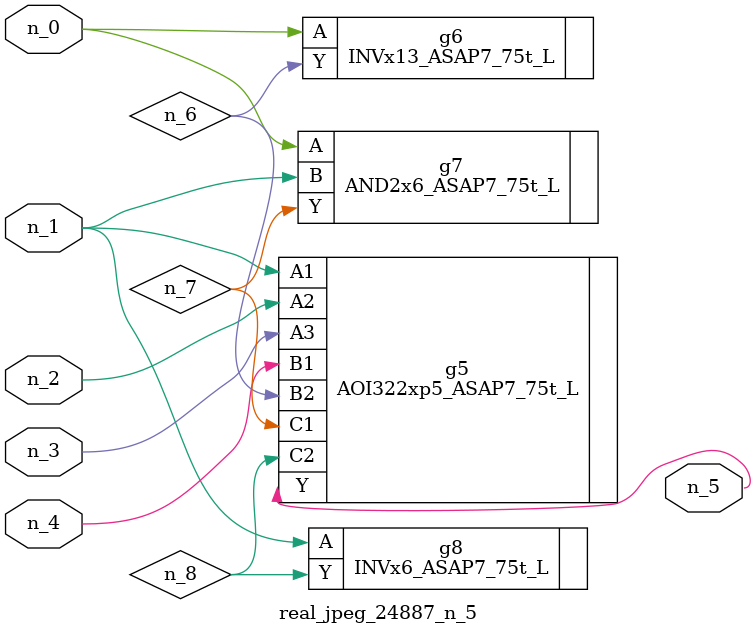
<source format=v>
module real_jpeg_24887_n_5 (n_4, n_0, n_1, n_2, n_3, n_5);

input n_4;
input n_0;
input n_1;
input n_2;
input n_3;

output n_5;

wire n_8;
wire n_6;
wire n_7;

INVx13_ASAP7_75t_L g6 ( 
.A(n_0),
.Y(n_6)
);

AND2x6_ASAP7_75t_L g7 ( 
.A(n_0),
.B(n_1),
.Y(n_7)
);

AOI322xp5_ASAP7_75t_L g5 ( 
.A1(n_1),
.A2(n_2),
.A3(n_3),
.B1(n_4),
.B2(n_6),
.C1(n_7),
.C2(n_8),
.Y(n_5)
);

INVx6_ASAP7_75t_L g8 ( 
.A(n_1),
.Y(n_8)
);


endmodule
</source>
